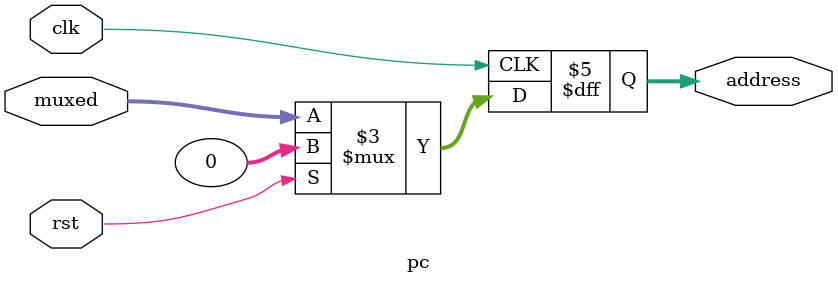
<source format=v>
module pc(muxed, address, clk, rst);
	input clk, rst;
	input [31:0] muxed;
	output reg [31:0] address;
	always@(posedge clk)begin
		if(rst)
			address = 32'd0;
		else
			address= muxed;
	end
endmodule


</source>
